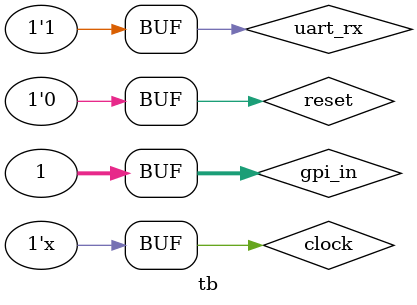
<source format=v>
`timescale 1ns / 1ps

`timescale 1ns/1ps
`define clock_period 10

module tb;
integer   i;
reg       clock, reset;    // Clock and reset signals
wire [3:0] gpo_out;
wire [31:0] wb_instr;
reg [31:0] gpi_in;
reg uart_rx;
wire uart_tx;
// Instantiate CPU
core core0(.clk(clock), .rst(reset),.gpi_in(gpi_in),.gpo_out(gpo_out),.wb_instr(wb_instr),.uart_rx(uart_rx),.uart_tx(uart_tx));

// Initialization and signal generation
// ~~~~~~~~~~~~~~~~~~~~~~~~~~~~~~~~

initial  
  begin 
   clock = 1'b0;       
   reset = 1'b1; 
gpi_in=1; 
uart_rx=1;  // Apply reset for a few cycles
   #(3.75*`clock_period) reset = 1'b0;
  end
     
always 
   #(`clock_period / 2) clock = ~clock;  // Clock generation 


//initial begin  // Ta statements apo ayto to begin mexri to "end" einai seiriaka

  // Initialize Register File with "random" numbers
//  for (i = 0; i < 32; i = i+1)
  //  core0.decode.regf.regfile[i] = i;   // Note that R0 = 0 in MIPS 

  // Initialize Data Memory 
  //$readmemh("program.hex", core0.fetch.imem.data);

  // Edw, to "memory.hex" einai ena arxeio pou prepei na brisketai sto 
  // directory pou trexete th Verilog kai na einai ths morfhs:
  
  // @0    00000000
  // @4    20100009
  // @8    00000000
  // @C    00000000
  // ...
  
  // H aristerh sthlh, meta to @, exei th dieythynsh ths mnhmhs (hex),
  // kai h deksia sthlh ta dedomena sth dieythynsh ayth (pali hex).
  // Sto paradeigma pio panw, oi lekseis stis dieythynseis 0, 8 kai 12
  // einai 0, kai sth dieythynsh 4 exei thn timh 32'h20100009. An o PC
  // diabasei thn dieythynsh 4, h timh ekei exei thn entolh
  //   addi $16 <- $0 + 9

  // To deytero orisma ths $readmemh einai pou akribws brisketai h mnhmh
  // pou tha arxikopoihthei. Sto paradeigma, to "dat0" einai to onoma pou
  // dwsame sto instance tou datapath. To "mem" einai to onoma pou exei
  // to instance ths mnhmhs MESA sto datapath, kai to "data" einai to 
  // onoma pou exei to pragmatiko array ths mhnhs mesa sto module ths.
  // An exete dwsei diaforetika onomata, allakste thn $readmemh.

  // Enallaktika, an sas boleyei perissotero, yparxei h entolh $readmemb
  // me thn akribws idia syntaksh. H aristerh sthlh tou arxeiou exei
  // thn idia morfh (dieythynseis se hex), alla h deksia sthlh exei
  // ta dedomena sto dyadiko. Etsi h add mporouse na einai:

  // @4    00100000000100000000000000001001

  // ... h kai akoma kalytera:
  
  // @4    001000_00000_10000_0000000000001001

  // (h Verilog epitrepei diaxwristika underscores).


  // Termatismos ekteleshs:
  // $finish;

//end 

endmodule

</source>
